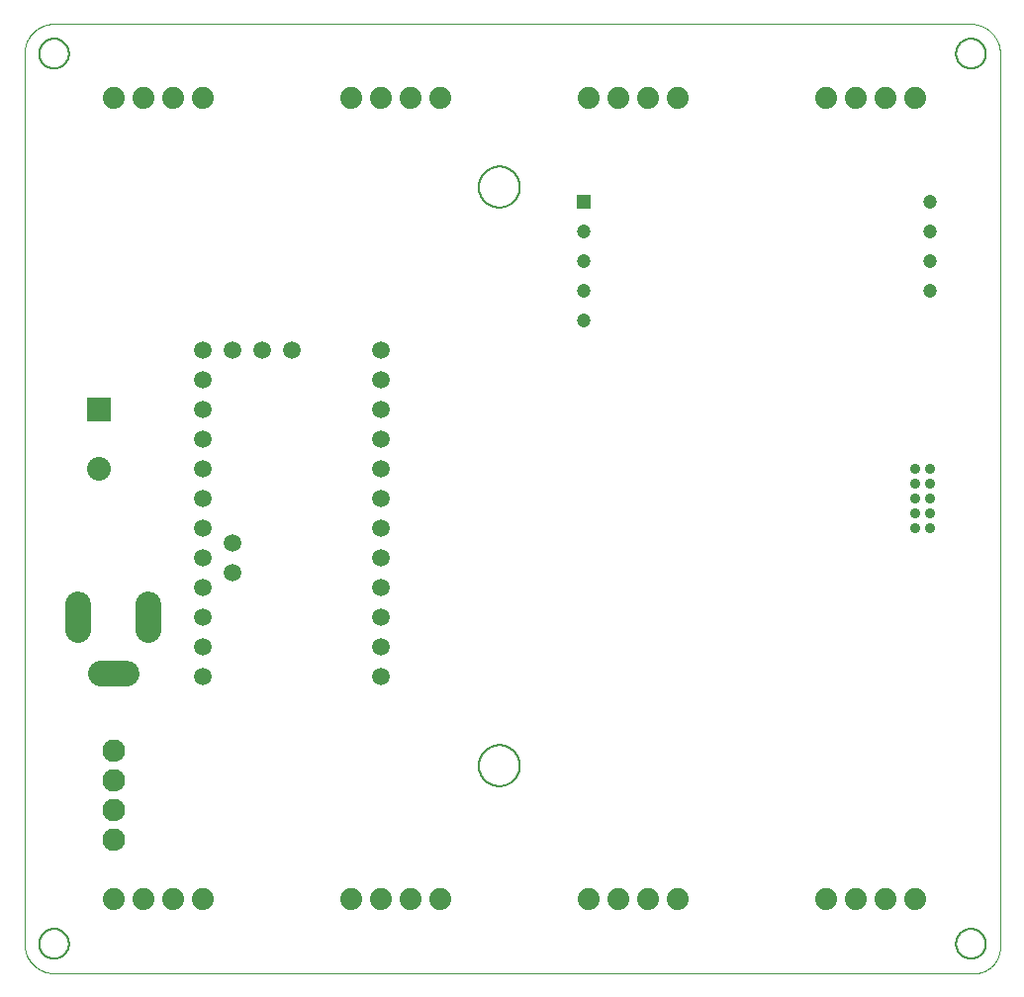
<source format=gbs>
G75*
%MOIN*%
%OFA0B0*%
%FSLAX25Y25*%
%IPPOS*%
%LPD*%
%AMOC8*
5,1,8,0,0,1.08239X$1,22.5*
%
%ADD10C,0.00000*%
%ADD11C,0.00600*%
%ADD12C,0.07400*%
%ADD13C,0.08600*%
%ADD14C,0.05906*%
%ADD15R,0.04724X0.04724*%
%ADD16C,0.04724*%
%ADD17R,0.08000X0.08000*%
%ADD18C,0.08000*%
%ADD19C,0.03562*%
%ADD20C,0.07600*%
D10*
X0013520Y0011600D02*
X0013520Y0311561D01*
X0013523Y0311803D01*
X0013532Y0312044D01*
X0013546Y0312285D01*
X0013567Y0312526D01*
X0013593Y0312766D01*
X0013625Y0313006D01*
X0013663Y0313245D01*
X0013706Y0313482D01*
X0013756Y0313719D01*
X0013811Y0313954D01*
X0013871Y0314188D01*
X0013938Y0314420D01*
X0014009Y0314651D01*
X0014087Y0314880D01*
X0014170Y0315107D01*
X0014258Y0315332D01*
X0014352Y0315555D01*
X0014451Y0315775D01*
X0014556Y0315993D01*
X0014665Y0316208D01*
X0014780Y0316421D01*
X0014900Y0316631D01*
X0015025Y0316837D01*
X0015155Y0317041D01*
X0015290Y0317242D01*
X0015430Y0317439D01*
X0015574Y0317633D01*
X0015723Y0317823D01*
X0015877Y0318009D01*
X0016035Y0318192D01*
X0016197Y0318371D01*
X0016364Y0318546D01*
X0016535Y0318717D01*
X0016710Y0318884D01*
X0016889Y0319046D01*
X0017072Y0319204D01*
X0017258Y0319358D01*
X0017448Y0319507D01*
X0017642Y0319651D01*
X0017839Y0319791D01*
X0018040Y0319926D01*
X0018244Y0320056D01*
X0018450Y0320181D01*
X0018660Y0320301D01*
X0018873Y0320416D01*
X0019088Y0320525D01*
X0019306Y0320630D01*
X0019526Y0320729D01*
X0019749Y0320823D01*
X0019974Y0320911D01*
X0020201Y0320994D01*
X0020430Y0321072D01*
X0020661Y0321143D01*
X0020893Y0321210D01*
X0021127Y0321270D01*
X0021362Y0321325D01*
X0021599Y0321375D01*
X0021836Y0321418D01*
X0022075Y0321456D01*
X0022315Y0321488D01*
X0022555Y0321514D01*
X0022796Y0321535D01*
X0023037Y0321549D01*
X0023278Y0321558D01*
X0023520Y0321561D01*
X0332260Y0321561D01*
X0332501Y0321558D01*
X0332741Y0321549D01*
X0332982Y0321535D01*
X0333221Y0321514D01*
X0333461Y0321488D01*
X0333699Y0321456D01*
X0333937Y0321419D01*
X0334174Y0321375D01*
X0334409Y0321326D01*
X0334644Y0321272D01*
X0334877Y0321211D01*
X0335108Y0321145D01*
X0335338Y0321073D01*
X0335566Y0320996D01*
X0335792Y0320914D01*
X0336016Y0320826D01*
X0336238Y0320732D01*
X0336458Y0320633D01*
X0336675Y0320529D01*
X0336889Y0320420D01*
X0337101Y0320306D01*
X0337310Y0320186D01*
X0337516Y0320062D01*
X0337719Y0319932D01*
X0337918Y0319798D01*
X0338115Y0319659D01*
X0338308Y0319515D01*
X0338497Y0319366D01*
X0338683Y0319213D01*
X0338865Y0319056D01*
X0339044Y0318894D01*
X0339218Y0318728D01*
X0339388Y0318558D01*
X0339554Y0318384D01*
X0339716Y0318205D01*
X0339873Y0318023D01*
X0340026Y0317837D01*
X0340175Y0317648D01*
X0340319Y0317455D01*
X0340458Y0317258D01*
X0340592Y0317059D01*
X0340722Y0316856D01*
X0340846Y0316650D01*
X0340966Y0316441D01*
X0341080Y0316229D01*
X0341189Y0316015D01*
X0341293Y0315798D01*
X0341392Y0315578D01*
X0341486Y0315356D01*
X0341574Y0315132D01*
X0341656Y0314906D01*
X0341733Y0314678D01*
X0341805Y0314448D01*
X0341871Y0314217D01*
X0341932Y0313984D01*
X0341986Y0313749D01*
X0342035Y0313514D01*
X0342079Y0313277D01*
X0342116Y0313039D01*
X0342148Y0312801D01*
X0342174Y0312561D01*
X0342195Y0312322D01*
X0342209Y0312081D01*
X0342218Y0311841D01*
X0342221Y0311600D01*
X0342220Y0311600D02*
X0342220Y0010301D01*
X0342221Y0010301D02*
X0342218Y0010091D01*
X0342211Y0009881D01*
X0342198Y0009671D01*
X0342180Y0009461D01*
X0342158Y0009252D01*
X0342130Y0009044D01*
X0342097Y0008836D01*
X0342059Y0008629D01*
X0342016Y0008423D01*
X0341968Y0008219D01*
X0341915Y0008015D01*
X0341858Y0007813D01*
X0341795Y0007612D01*
X0341728Y0007413D01*
X0341656Y0007216D01*
X0341579Y0007020D01*
X0341497Y0006826D01*
X0341411Y0006634D01*
X0341320Y0006445D01*
X0341224Y0006257D01*
X0341124Y0006072D01*
X0341020Y0005890D01*
X0340911Y0005710D01*
X0340798Y0005533D01*
X0340681Y0005358D01*
X0340559Y0005187D01*
X0340434Y0005018D01*
X0340304Y0004853D01*
X0340170Y0004690D01*
X0340033Y0004531D01*
X0339891Y0004375D01*
X0339746Y0004223D01*
X0339598Y0004075D01*
X0339446Y0003930D01*
X0339290Y0003788D01*
X0339131Y0003651D01*
X0338968Y0003517D01*
X0338803Y0003387D01*
X0338634Y0003262D01*
X0338463Y0003140D01*
X0338288Y0003023D01*
X0338111Y0002910D01*
X0337931Y0002801D01*
X0337749Y0002697D01*
X0337564Y0002597D01*
X0337376Y0002501D01*
X0337187Y0002410D01*
X0336995Y0002324D01*
X0336801Y0002242D01*
X0336605Y0002165D01*
X0336408Y0002093D01*
X0336209Y0002026D01*
X0336008Y0001963D01*
X0335806Y0001906D01*
X0335602Y0001853D01*
X0335398Y0001805D01*
X0335192Y0001762D01*
X0334985Y0001724D01*
X0334777Y0001691D01*
X0334569Y0001663D01*
X0334360Y0001641D01*
X0334150Y0001623D01*
X0333940Y0001610D01*
X0333730Y0001603D01*
X0333520Y0001600D01*
X0023520Y0001600D01*
X0023278Y0001603D01*
X0023037Y0001612D01*
X0022796Y0001626D01*
X0022555Y0001647D01*
X0022315Y0001673D01*
X0022075Y0001705D01*
X0021836Y0001743D01*
X0021599Y0001786D01*
X0021362Y0001836D01*
X0021127Y0001891D01*
X0020893Y0001951D01*
X0020661Y0002018D01*
X0020430Y0002089D01*
X0020201Y0002167D01*
X0019974Y0002250D01*
X0019749Y0002338D01*
X0019526Y0002432D01*
X0019306Y0002531D01*
X0019088Y0002636D01*
X0018873Y0002745D01*
X0018660Y0002860D01*
X0018450Y0002980D01*
X0018244Y0003105D01*
X0018040Y0003235D01*
X0017839Y0003370D01*
X0017642Y0003510D01*
X0017448Y0003654D01*
X0017258Y0003803D01*
X0017072Y0003957D01*
X0016889Y0004115D01*
X0016710Y0004277D01*
X0016535Y0004444D01*
X0016364Y0004615D01*
X0016197Y0004790D01*
X0016035Y0004969D01*
X0015877Y0005152D01*
X0015723Y0005338D01*
X0015574Y0005528D01*
X0015430Y0005722D01*
X0015290Y0005919D01*
X0015155Y0006120D01*
X0015025Y0006324D01*
X0014900Y0006530D01*
X0014780Y0006740D01*
X0014665Y0006953D01*
X0014556Y0007168D01*
X0014451Y0007386D01*
X0014352Y0007606D01*
X0014258Y0007829D01*
X0014170Y0008054D01*
X0014087Y0008281D01*
X0014009Y0008510D01*
X0013938Y0008741D01*
X0013871Y0008973D01*
X0013811Y0009207D01*
X0013756Y0009442D01*
X0013706Y0009679D01*
X0013663Y0009916D01*
X0013625Y0010155D01*
X0013593Y0010395D01*
X0013567Y0010635D01*
X0013546Y0010876D01*
X0013532Y0011117D01*
X0013523Y0011358D01*
X0013520Y0011600D01*
D11*
X0018520Y0011600D02*
X0018522Y0011741D01*
X0018528Y0011882D01*
X0018538Y0012022D01*
X0018552Y0012162D01*
X0018570Y0012302D01*
X0018591Y0012441D01*
X0018617Y0012580D01*
X0018646Y0012718D01*
X0018680Y0012854D01*
X0018717Y0012990D01*
X0018758Y0013125D01*
X0018803Y0013259D01*
X0018852Y0013391D01*
X0018904Y0013522D01*
X0018960Y0013651D01*
X0019020Y0013778D01*
X0019083Y0013904D01*
X0019149Y0014028D01*
X0019220Y0014151D01*
X0019293Y0014271D01*
X0019370Y0014389D01*
X0019450Y0014505D01*
X0019534Y0014618D01*
X0019620Y0014729D01*
X0019710Y0014838D01*
X0019803Y0014944D01*
X0019898Y0015047D01*
X0019997Y0015148D01*
X0020098Y0015246D01*
X0020202Y0015341D01*
X0020309Y0015433D01*
X0020418Y0015522D01*
X0020530Y0015607D01*
X0020644Y0015690D01*
X0020760Y0015770D01*
X0020879Y0015846D01*
X0021000Y0015918D01*
X0021122Y0015988D01*
X0021247Y0016053D01*
X0021373Y0016116D01*
X0021501Y0016174D01*
X0021631Y0016229D01*
X0021762Y0016281D01*
X0021895Y0016328D01*
X0022029Y0016372D01*
X0022164Y0016413D01*
X0022300Y0016449D01*
X0022437Y0016481D01*
X0022575Y0016510D01*
X0022713Y0016535D01*
X0022853Y0016555D01*
X0022993Y0016572D01*
X0023133Y0016585D01*
X0023274Y0016594D01*
X0023414Y0016599D01*
X0023555Y0016600D01*
X0023696Y0016597D01*
X0023837Y0016590D01*
X0023977Y0016579D01*
X0024117Y0016564D01*
X0024257Y0016545D01*
X0024396Y0016523D01*
X0024534Y0016496D01*
X0024672Y0016466D01*
X0024808Y0016431D01*
X0024944Y0016393D01*
X0025078Y0016351D01*
X0025212Y0016305D01*
X0025344Y0016256D01*
X0025474Y0016202D01*
X0025603Y0016145D01*
X0025730Y0016085D01*
X0025856Y0016021D01*
X0025979Y0015953D01*
X0026101Y0015882D01*
X0026221Y0015808D01*
X0026338Y0015730D01*
X0026453Y0015649D01*
X0026566Y0015565D01*
X0026677Y0015478D01*
X0026785Y0015387D01*
X0026890Y0015294D01*
X0026993Y0015197D01*
X0027093Y0015098D01*
X0027190Y0014996D01*
X0027284Y0014891D01*
X0027375Y0014784D01*
X0027463Y0014674D01*
X0027548Y0014562D01*
X0027630Y0014447D01*
X0027709Y0014330D01*
X0027784Y0014211D01*
X0027856Y0014090D01*
X0027924Y0013967D01*
X0027989Y0013842D01*
X0028051Y0013715D01*
X0028108Y0013586D01*
X0028163Y0013456D01*
X0028213Y0013325D01*
X0028260Y0013192D01*
X0028303Y0013058D01*
X0028342Y0012922D01*
X0028377Y0012786D01*
X0028409Y0012649D01*
X0028436Y0012511D01*
X0028460Y0012372D01*
X0028480Y0012232D01*
X0028496Y0012092D01*
X0028508Y0011952D01*
X0028516Y0011811D01*
X0028520Y0011670D01*
X0028520Y0011530D01*
X0028516Y0011389D01*
X0028508Y0011248D01*
X0028496Y0011108D01*
X0028480Y0010968D01*
X0028460Y0010828D01*
X0028436Y0010689D01*
X0028409Y0010551D01*
X0028377Y0010414D01*
X0028342Y0010278D01*
X0028303Y0010142D01*
X0028260Y0010008D01*
X0028213Y0009875D01*
X0028163Y0009744D01*
X0028108Y0009614D01*
X0028051Y0009485D01*
X0027989Y0009358D01*
X0027924Y0009233D01*
X0027856Y0009110D01*
X0027784Y0008989D01*
X0027709Y0008870D01*
X0027630Y0008753D01*
X0027548Y0008638D01*
X0027463Y0008526D01*
X0027375Y0008416D01*
X0027284Y0008309D01*
X0027190Y0008204D01*
X0027093Y0008102D01*
X0026993Y0008003D01*
X0026890Y0007906D01*
X0026785Y0007813D01*
X0026677Y0007722D01*
X0026566Y0007635D01*
X0026453Y0007551D01*
X0026338Y0007470D01*
X0026221Y0007392D01*
X0026101Y0007318D01*
X0025979Y0007247D01*
X0025856Y0007179D01*
X0025730Y0007115D01*
X0025603Y0007055D01*
X0025474Y0006998D01*
X0025344Y0006944D01*
X0025212Y0006895D01*
X0025078Y0006849D01*
X0024944Y0006807D01*
X0024808Y0006769D01*
X0024672Y0006734D01*
X0024534Y0006704D01*
X0024396Y0006677D01*
X0024257Y0006655D01*
X0024117Y0006636D01*
X0023977Y0006621D01*
X0023837Y0006610D01*
X0023696Y0006603D01*
X0023555Y0006600D01*
X0023414Y0006601D01*
X0023274Y0006606D01*
X0023133Y0006615D01*
X0022993Y0006628D01*
X0022853Y0006645D01*
X0022713Y0006665D01*
X0022575Y0006690D01*
X0022437Y0006719D01*
X0022300Y0006751D01*
X0022164Y0006787D01*
X0022029Y0006828D01*
X0021895Y0006872D01*
X0021762Y0006919D01*
X0021631Y0006971D01*
X0021501Y0007026D01*
X0021373Y0007084D01*
X0021247Y0007147D01*
X0021122Y0007212D01*
X0021000Y0007282D01*
X0020879Y0007354D01*
X0020760Y0007430D01*
X0020644Y0007510D01*
X0020530Y0007593D01*
X0020418Y0007678D01*
X0020309Y0007767D01*
X0020202Y0007859D01*
X0020098Y0007954D01*
X0019997Y0008052D01*
X0019898Y0008153D01*
X0019803Y0008256D01*
X0019710Y0008362D01*
X0019620Y0008471D01*
X0019534Y0008582D01*
X0019450Y0008695D01*
X0019370Y0008811D01*
X0019293Y0008929D01*
X0019220Y0009049D01*
X0019149Y0009172D01*
X0019083Y0009296D01*
X0019020Y0009422D01*
X0018960Y0009549D01*
X0018904Y0009678D01*
X0018852Y0009809D01*
X0018803Y0009941D01*
X0018758Y0010075D01*
X0018717Y0010210D01*
X0018680Y0010346D01*
X0018646Y0010482D01*
X0018617Y0010620D01*
X0018591Y0010759D01*
X0018570Y0010898D01*
X0018552Y0011038D01*
X0018538Y0011178D01*
X0018528Y0011318D01*
X0018522Y0011459D01*
X0018520Y0011600D01*
X0166630Y0071600D02*
X0166632Y0071769D01*
X0166638Y0071938D01*
X0166649Y0072107D01*
X0166663Y0072275D01*
X0166682Y0072443D01*
X0166705Y0072611D01*
X0166731Y0072778D01*
X0166762Y0072944D01*
X0166797Y0073110D01*
X0166836Y0073274D01*
X0166880Y0073438D01*
X0166927Y0073600D01*
X0166978Y0073761D01*
X0167033Y0073921D01*
X0167092Y0074080D01*
X0167154Y0074237D01*
X0167221Y0074392D01*
X0167292Y0074546D01*
X0167366Y0074698D01*
X0167444Y0074848D01*
X0167525Y0074996D01*
X0167610Y0075142D01*
X0167699Y0075286D01*
X0167791Y0075428D01*
X0167887Y0075567D01*
X0167986Y0075704D01*
X0168088Y0075839D01*
X0168194Y0075971D01*
X0168303Y0076100D01*
X0168415Y0076227D01*
X0168530Y0076351D01*
X0168648Y0076472D01*
X0168769Y0076590D01*
X0168893Y0076705D01*
X0169020Y0076817D01*
X0169149Y0076926D01*
X0169281Y0077032D01*
X0169416Y0077134D01*
X0169553Y0077233D01*
X0169692Y0077329D01*
X0169834Y0077421D01*
X0169978Y0077510D01*
X0170124Y0077595D01*
X0170272Y0077676D01*
X0170422Y0077754D01*
X0170574Y0077828D01*
X0170728Y0077899D01*
X0170883Y0077966D01*
X0171040Y0078028D01*
X0171199Y0078087D01*
X0171359Y0078142D01*
X0171520Y0078193D01*
X0171682Y0078240D01*
X0171846Y0078284D01*
X0172010Y0078323D01*
X0172176Y0078358D01*
X0172342Y0078389D01*
X0172509Y0078415D01*
X0172677Y0078438D01*
X0172845Y0078457D01*
X0173013Y0078471D01*
X0173182Y0078482D01*
X0173351Y0078488D01*
X0173520Y0078490D01*
X0173689Y0078488D01*
X0173858Y0078482D01*
X0174027Y0078471D01*
X0174195Y0078457D01*
X0174363Y0078438D01*
X0174531Y0078415D01*
X0174698Y0078389D01*
X0174864Y0078358D01*
X0175030Y0078323D01*
X0175194Y0078284D01*
X0175358Y0078240D01*
X0175520Y0078193D01*
X0175681Y0078142D01*
X0175841Y0078087D01*
X0176000Y0078028D01*
X0176157Y0077966D01*
X0176312Y0077899D01*
X0176466Y0077828D01*
X0176618Y0077754D01*
X0176768Y0077676D01*
X0176916Y0077595D01*
X0177062Y0077510D01*
X0177206Y0077421D01*
X0177348Y0077329D01*
X0177487Y0077233D01*
X0177624Y0077134D01*
X0177759Y0077032D01*
X0177891Y0076926D01*
X0178020Y0076817D01*
X0178147Y0076705D01*
X0178271Y0076590D01*
X0178392Y0076472D01*
X0178510Y0076351D01*
X0178625Y0076227D01*
X0178737Y0076100D01*
X0178846Y0075971D01*
X0178952Y0075839D01*
X0179054Y0075704D01*
X0179153Y0075567D01*
X0179249Y0075428D01*
X0179341Y0075286D01*
X0179430Y0075142D01*
X0179515Y0074996D01*
X0179596Y0074848D01*
X0179674Y0074698D01*
X0179748Y0074546D01*
X0179819Y0074392D01*
X0179886Y0074237D01*
X0179948Y0074080D01*
X0180007Y0073921D01*
X0180062Y0073761D01*
X0180113Y0073600D01*
X0180160Y0073438D01*
X0180204Y0073274D01*
X0180243Y0073110D01*
X0180278Y0072944D01*
X0180309Y0072778D01*
X0180335Y0072611D01*
X0180358Y0072443D01*
X0180377Y0072275D01*
X0180391Y0072107D01*
X0180402Y0071938D01*
X0180408Y0071769D01*
X0180410Y0071600D01*
X0180408Y0071431D01*
X0180402Y0071262D01*
X0180391Y0071093D01*
X0180377Y0070925D01*
X0180358Y0070757D01*
X0180335Y0070589D01*
X0180309Y0070422D01*
X0180278Y0070256D01*
X0180243Y0070090D01*
X0180204Y0069926D01*
X0180160Y0069762D01*
X0180113Y0069600D01*
X0180062Y0069439D01*
X0180007Y0069279D01*
X0179948Y0069120D01*
X0179886Y0068963D01*
X0179819Y0068808D01*
X0179748Y0068654D01*
X0179674Y0068502D01*
X0179596Y0068352D01*
X0179515Y0068204D01*
X0179430Y0068058D01*
X0179341Y0067914D01*
X0179249Y0067772D01*
X0179153Y0067633D01*
X0179054Y0067496D01*
X0178952Y0067361D01*
X0178846Y0067229D01*
X0178737Y0067100D01*
X0178625Y0066973D01*
X0178510Y0066849D01*
X0178392Y0066728D01*
X0178271Y0066610D01*
X0178147Y0066495D01*
X0178020Y0066383D01*
X0177891Y0066274D01*
X0177759Y0066168D01*
X0177624Y0066066D01*
X0177487Y0065967D01*
X0177348Y0065871D01*
X0177206Y0065779D01*
X0177062Y0065690D01*
X0176916Y0065605D01*
X0176768Y0065524D01*
X0176618Y0065446D01*
X0176466Y0065372D01*
X0176312Y0065301D01*
X0176157Y0065234D01*
X0176000Y0065172D01*
X0175841Y0065113D01*
X0175681Y0065058D01*
X0175520Y0065007D01*
X0175358Y0064960D01*
X0175194Y0064916D01*
X0175030Y0064877D01*
X0174864Y0064842D01*
X0174698Y0064811D01*
X0174531Y0064785D01*
X0174363Y0064762D01*
X0174195Y0064743D01*
X0174027Y0064729D01*
X0173858Y0064718D01*
X0173689Y0064712D01*
X0173520Y0064710D01*
X0173351Y0064712D01*
X0173182Y0064718D01*
X0173013Y0064729D01*
X0172845Y0064743D01*
X0172677Y0064762D01*
X0172509Y0064785D01*
X0172342Y0064811D01*
X0172176Y0064842D01*
X0172010Y0064877D01*
X0171846Y0064916D01*
X0171682Y0064960D01*
X0171520Y0065007D01*
X0171359Y0065058D01*
X0171199Y0065113D01*
X0171040Y0065172D01*
X0170883Y0065234D01*
X0170728Y0065301D01*
X0170574Y0065372D01*
X0170422Y0065446D01*
X0170272Y0065524D01*
X0170124Y0065605D01*
X0169978Y0065690D01*
X0169834Y0065779D01*
X0169692Y0065871D01*
X0169553Y0065967D01*
X0169416Y0066066D01*
X0169281Y0066168D01*
X0169149Y0066274D01*
X0169020Y0066383D01*
X0168893Y0066495D01*
X0168769Y0066610D01*
X0168648Y0066728D01*
X0168530Y0066849D01*
X0168415Y0066973D01*
X0168303Y0067100D01*
X0168194Y0067229D01*
X0168088Y0067361D01*
X0167986Y0067496D01*
X0167887Y0067633D01*
X0167791Y0067772D01*
X0167699Y0067914D01*
X0167610Y0068058D01*
X0167525Y0068204D01*
X0167444Y0068352D01*
X0167366Y0068502D01*
X0167292Y0068654D01*
X0167221Y0068808D01*
X0167154Y0068963D01*
X0167092Y0069120D01*
X0167033Y0069279D01*
X0166978Y0069439D01*
X0166927Y0069600D01*
X0166880Y0069762D01*
X0166836Y0069926D01*
X0166797Y0070090D01*
X0166762Y0070256D01*
X0166731Y0070422D01*
X0166705Y0070589D01*
X0166682Y0070757D01*
X0166663Y0070925D01*
X0166649Y0071093D01*
X0166638Y0071262D01*
X0166632Y0071431D01*
X0166630Y0071600D01*
X0327417Y0011600D02*
X0327419Y0011741D01*
X0327425Y0011882D01*
X0327435Y0012022D01*
X0327449Y0012162D01*
X0327467Y0012302D01*
X0327488Y0012441D01*
X0327514Y0012580D01*
X0327543Y0012718D01*
X0327577Y0012854D01*
X0327614Y0012990D01*
X0327655Y0013125D01*
X0327700Y0013259D01*
X0327749Y0013391D01*
X0327801Y0013522D01*
X0327857Y0013651D01*
X0327917Y0013778D01*
X0327980Y0013904D01*
X0328046Y0014028D01*
X0328117Y0014151D01*
X0328190Y0014271D01*
X0328267Y0014389D01*
X0328347Y0014505D01*
X0328431Y0014618D01*
X0328517Y0014729D01*
X0328607Y0014838D01*
X0328700Y0014944D01*
X0328795Y0015047D01*
X0328894Y0015148D01*
X0328995Y0015246D01*
X0329099Y0015341D01*
X0329206Y0015433D01*
X0329315Y0015522D01*
X0329427Y0015607D01*
X0329541Y0015690D01*
X0329657Y0015770D01*
X0329776Y0015846D01*
X0329897Y0015918D01*
X0330019Y0015988D01*
X0330144Y0016053D01*
X0330270Y0016116D01*
X0330398Y0016174D01*
X0330528Y0016229D01*
X0330659Y0016281D01*
X0330792Y0016328D01*
X0330926Y0016372D01*
X0331061Y0016413D01*
X0331197Y0016449D01*
X0331334Y0016481D01*
X0331472Y0016510D01*
X0331610Y0016535D01*
X0331750Y0016555D01*
X0331890Y0016572D01*
X0332030Y0016585D01*
X0332171Y0016594D01*
X0332311Y0016599D01*
X0332452Y0016600D01*
X0332593Y0016597D01*
X0332734Y0016590D01*
X0332874Y0016579D01*
X0333014Y0016564D01*
X0333154Y0016545D01*
X0333293Y0016523D01*
X0333431Y0016496D01*
X0333569Y0016466D01*
X0333705Y0016431D01*
X0333841Y0016393D01*
X0333975Y0016351D01*
X0334109Y0016305D01*
X0334241Y0016256D01*
X0334371Y0016202D01*
X0334500Y0016145D01*
X0334627Y0016085D01*
X0334753Y0016021D01*
X0334876Y0015953D01*
X0334998Y0015882D01*
X0335118Y0015808D01*
X0335235Y0015730D01*
X0335350Y0015649D01*
X0335463Y0015565D01*
X0335574Y0015478D01*
X0335682Y0015387D01*
X0335787Y0015294D01*
X0335890Y0015197D01*
X0335990Y0015098D01*
X0336087Y0014996D01*
X0336181Y0014891D01*
X0336272Y0014784D01*
X0336360Y0014674D01*
X0336445Y0014562D01*
X0336527Y0014447D01*
X0336606Y0014330D01*
X0336681Y0014211D01*
X0336753Y0014090D01*
X0336821Y0013967D01*
X0336886Y0013842D01*
X0336948Y0013715D01*
X0337005Y0013586D01*
X0337060Y0013456D01*
X0337110Y0013325D01*
X0337157Y0013192D01*
X0337200Y0013058D01*
X0337239Y0012922D01*
X0337274Y0012786D01*
X0337306Y0012649D01*
X0337333Y0012511D01*
X0337357Y0012372D01*
X0337377Y0012232D01*
X0337393Y0012092D01*
X0337405Y0011952D01*
X0337413Y0011811D01*
X0337417Y0011670D01*
X0337417Y0011530D01*
X0337413Y0011389D01*
X0337405Y0011248D01*
X0337393Y0011108D01*
X0337377Y0010968D01*
X0337357Y0010828D01*
X0337333Y0010689D01*
X0337306Y0010551D01*
X0337274Y0010414D01*
X0337239Y0010278D01*
X0337200Y0010142D01*
X0337157Y0010008D01*
X0337110Y0009875D01*
X0337060Y0009744D01*
X0337005Y0009614D01*
X0336948Y0009485D01*
X0336886Y0009358D01*
X0336821Y0009233D01*
X0336753Y0009110D01*
X0336681Y0008989D01*
X0336606Y0008870D01*
X0336527Y0008753D01*
X0336445Y0008638D01*
X0336360Y0008526D01*
X0336272Y0008416D01*
X0336181Y0008309D01*
X0336087Y0008204D01*
X0335990Y0008102D01*
X0335890Y0008003D01*
X0335787Y0007906D01*
X0335682Y0007813D01*
X0335574Y0007722D01*
X0335463Y0007635D01*
X0335350Y0007551D01*
X0335235Y0007470D01*
X0335118Y0007392D01*
X0334998Y0007318D01*
X0334876Y0007247D01*
X0334753Y0007179D01*
X0334627Y0007115D01*
X0334500Y0007055D01*
X0334371Y0006998D01*
X0334241Y0006944D01*
X0334109Y0006895D01*
X0333975Y0006849D01*
X0333841Y0006807D01*
X0333705Y0006769D01*
X0333569Y0006734D01*
X0333431Y0006704D01*
X0333293Y0006677D01*
X0333154Y0006655D01*
X0333014Y0006636D01*
X0332874Y0006621D01*
X0332734Y0006610D01*
X0332593Y0006603D01*
X0332452Y0006600D01*
X0332311Y0006601D01*
X0332171Y0006606D01*
X0332030Y0006615D01*
X0331890Y0006628D01*
X0331750Y0006645D01*
X0331610Y0006665D01*
X0331472Y0006690D01*
X0331334Y0006719D01*
X0331197Y0006751D01*
X0331061Y0006787D01*
X0330926Y0006828D01*
X0330792Y0006872D01*
X0330659Y0006919D01*
X0330528Y0006971D01*
X0330398Y0007026D01*
X0330270Y0007084D01*
X0330144Y0007147D01*
X0330019Y0007212D01*
X0329897Y0007282D01*
X0329776Y0007354D01*
X0329657Y0007430D01*
X0329541Y0007510D01*
X0329427Y0007593D01*
X0329315Y0007678D01*
X0329206Y0007767D01*
X0329099Y0007859D01*
X0328995Y0007954D01*
X0328894Y0008052D01*
X0328795Y0008153D01*
X0328700Y0008256D01*
X0328607Y0008362D01*
X0328517Y0008471D01*
X0328431Y0008582D01*
X0328347Y0008695D01*
X0328267Y0008811D01*
X0328190Y0008929D01*
X0328117Y0009049D01*
X0328046Y0009172D01*
X0327980Y0009296D01*
X0327917Y0009422D01*
X0327857Y0009549D01*
X0327801Y0009678D01*
X0327749Y0009809D01*
X0327700Y0009941D01*
X0327655Y0010075D01*
X0327614Y0010210D01*
X0327577Y0010346D01*
X0327543Y0010482D01*
X0327514Y0010620D01*
X0327488Y0010759D01*
X0327467Y0010898D01*
X0327449Y0011038D01*
X0327435Y0011178D01*
X0327425Y0011318D01*
X0327419Y0011459D01*
X0327417Y0011600D01*
X0166630Y0266600D02*
X0166632Y0266769D01*
X0166638Y0266938D01*
X0166649Y0267107D01*
X0166663Y0267275D01*
X0166682Y0267443D01*
X0166705Y0267611D01*
X0166731Y0267778D01*
X0166762Y0267944D01*
X0166797Y0268110D01*
X0166836Y0268274D01*
X0166880Y0268438D01*
X0166927Y0268600D01*
X0166978Y0268761D01*
X0167033Y0268921D01*
X0167092Y0269080D01*
X0167154Y0269237D01*
X0167221Y0269392D01*
X0167292Y0269546D01*
X0167366Y0269698D01*
X0167444Y0269848D01*
X0167525Y0269996D01*
X0167610Y0270142D01*
X0167699Y0270286D01*
X0167791Y0270428D01*
X0167887Y0270567D01*
X0167986Y0270704D01*
X0168088Y0270839D01*
X0168194Y0270971D01*
X0168303Y0271100D01*
X0168415Y0271227D01*
X0168530Y0271351D01*
X0168648Y0271472D01*
X0168769Y0271590D01*
X0168893Y0271705D01*
X0169020Y0271817D01*
X0169149Y0271926D01*
X0169281Y0272032D01*
X0169416Y0272134D01*
X0169553Y0272233D01*
X0169692Y0272329D01*
X0169834Y0272421D01*
X0169978Y0272510D01*
X0170124Y0272595D01*
X0170272Y0272676D01*
X0170422Y0272754D01*
X0170574Y0272828D01*
X0170728Y0272899D01*
X0170883Y0272966D01*
X0171040Y0273028D01*
X0171199Y0273087D01*
X0171359Y0273142D01*
X0171520Y0273193D01*
X0171682Y0273240D01*
X0171846Y0273284D01*
X0172010Y0273323D01*
X0172176Y0273358D01*
X0172342Y0273389D01*
X0172509Y0273415D01*
X0172677Y0273438D01*
X0172845Y0273457D01*
X0173013Y0273471D01*
X0173182Y0273482D01*
X0173351Y0273488D01*
X0173520Y0273490D01*
X0173689Y0273488D01*
X0173858Y0273482D01*
X0174027Y0273471D01*
X0174195Y0273457D01*
X0174363Y0273438D01*
X0174531Y0273415D01*
X0174698Y0273389D01*
X0174864Y0273358D01*
X0175030Y0273323D01*
X0175194Y0273284D01*
X0175358Y0273240D01*
X0175520Y0273193D01*
X0175681Y0273142D01*
X0175841Y0273087D01*
X0176000Y0273028D01*
X0176157Y0272966D01*
X0176312Y0272899D01*
X0176466Y0272828D01*
X0176618Y0272754D01*
X0176768Y0272676D01*
X0176916Y0272595D01*
X0177062Y0272510D01*
X0177206Y0272421D01*
X0177348Y0272329D01*
X0177487Y0272233D01*
X0177624Y0272134D01*
X0177759Y0272032D01*
X0177891Y0271926D01*
X0178020Y0271817D01*
X0178147Y0271705D01*
X0178271Y0271590D01*
X0178392Y0271472D01*
X0178510Y0271351D01*
X0178625Y0271227D01*
X0178737Y0271100D01*
X0178846Y0270971D01*
X0178952Y0270839D01*
X0179054Y0270704D01*
X0179153Y0270567D01*
X0179249Y0270428D01*
X0179341Y0270286D01*
X0179430Y0270142D01*
X0179515Y0269996D01*
X0179596Y0269848D01*
X0179674Y0269698D01*
X0179748Y0269546D01*
X0179819Y0269392D01*
X0179886Y0269237D01*
X0179948Y0269080D01*
X0180007Y0268921D01*
X0180062Y0268761D01*
X0180113Y0268600D01*
X0180160Y0268438D01*
X0180204Y0268274D01*
X0180243Y0268110D01*
X0180278Y0267944D01*
X0180309Y0267778D01*
X0180335Y0267611D01*
X0180358Y0267443D01*
X0180377Y0267275D01*
X0180391Y0267107D01*
X0180402Y0266938D01*
X0180408Y0266769D01*
X0180410Y0266600D01*
X0180408Y0266431D01*
X0180402Y0266262D01*
X0180391Y0266093D01*
X0180377Y0265925D01*
X0180358Y0265757D01*
X0180335Y0265589D01*
X0180309Y0265422D01*
X0180278Y0265256D01*
X0180243Y0265090D01*
X0180204Y0264926D01*
X0180160Y0264762D01*
X0180113Y0264600D01*
X0180062Y0264439D01*
X0180007Y0264279D01*
X0179948Y0264120D01*
X0179886Y0263963D01*
X0179819Y0263808D01*
X0179748Y0263654D01*
X0179674Y0263502D01*
X0179596Y0263352D01*
X0179515Y0263204D01*
X0179430Y0263058D01*
X0179341Y0262914D01*
X0179249Y0262772D01*
X0179153Y0262633D01*
X0179054Y0262496D01*
X0178952Y0262361D01*
X0178846Y0262229D01*
X0178737Y0262100D01*
X0178625Y0261973D01*
X0178510Y0261849D01*
X0178392Y0261728D01*
X0178271Y0261610D01*
X0178147Y0261495D01*
X0178020Y0261383D01*
X0177891Y0261274D01*
X0177759Y0261168D01*
X0177624Y0261066D01*
X0177487Y0260967D01*
X0177348Y0260871D01*
X0177206Y0260779D01*
X0177062Y0260690D01*
X0176916Y0260605D01*
X0176768Y0260524D01*
X0176618Y0260446D01*
X0176466Y0260372D01*
X0176312Y0260301D01*
X0176157Y0260234D01*
X0176000Y0260172D01*
X0175841Y0260113D01*
X0175681Y0260058D01*
X0175520Y0260007D01*
X0175358Y0259960D01*
X0175194Y0259916D01*
X0175030Y0259877D01*
X0174864Y0259842D01*
X0174698Y0259811D01*
X0174531Y0259785D01*
X0174363Y0259762D01*
X0174195Y0259743D01*
X0174027Y0259729D01*
X0173858Y0259718D01*
X0173689Y0259712D01*
X0173520Y0259710D01*
X0173351Y0259712D01*
X0173182Y0259718D01*
X0173013Y0259729D01*
X0172845Y0259743D01*
X0172677Y0259762D01*
X0172509Y0259785D01*
X0172342Y0259811D01*
X0172176Y0259842D01*
X0172010Y0259877D01*
X0171846Y0259916D01*
X0171682Y0259960D01*
X0171520Y0260007D01*
X0171359Y0260058D01*
X0171199Y0260113D01*
X0171040Y0260172D01*
X0170883Y0260234D01*
X0170728Y0260301D01*
X0170574Y0260372D01*
X0170422Y0260446D01*
X0170272Y0260524D01*
X0170124Y0260605D01*
X0169978Y0260690D01*
X0169834Y0260779D01*
X0169692Y0260871D01*
X0169553Y0260967D01*
X0169416Y0261066D01*
X0169281Y0261168D01*
X0169149Y0261274D01*
X0169020Y0261383D01*
X0168893Y0261495D01*
X0168769Y0261610D01*
X0168648Y0261728D01*
X0168530Y0261849D01*
X0168415Y0261973D01*
X0168303Y0262100D01*
X0168194Y0262229D01*
X0168088Y0262361D01*
X0167986Y0262496D01*
X0167887Y0262633D01*
X0167791Y0262772D01*
X0167699Y0262914D01*
X0167610Y0263058D01*
X0167525Y0263204D01*
X0167444Y0263352D01*
X0167366Y0263502D01*
X0167292Y0263654D01*
X0167221Y0263808D01*
X0167154Y0263963D01*
X0167092Y0264120D01*
X0167033Y0264279D01*
X0166978Y0264439D01*
X0166927Y0264600D01*
X0166880Y0264762D01*
X0166836Y0264926D01*
X0166797Y0265090D01*
X0166762Y0265256D01*
X0166731Y0265422D01*
X0166705Y0265589D01*
X0166682Y0265757D01*
X0166663Y0265925D01*
X0166649Y0266093D01*
X0166638Y0266262D01*
X0166632Y0266431D01*
X0166630Y0266600D01*
X0018520Y0311600D02*
X0018522Y0311741D01*
X0018528Y0311882D01*
X0018538Y0312022D01*
X0018552Y0312162D01*
X0018570Y0312302D01*
X0018591Y0312441D01*
X0018617Y0312580D01*
X0018646Y0312718D01*
X0018680Y0312854D01*
X0018717Y0312990D01*
X0018758Y0313125D01*
X0018803Y0313259D01*
X0018852Y0313391D01*
X0018904Y0313522D01*
X0018960Y0313651D01*
X0019020Y0313778D01*
X0019083Y0313904D01*
X0019149Y0314028D01*
X0019220Y0314151D01*
X0019293Y0314271D01*
X0019370Y0314389D01*
X0019450Y0314505D01*
X0019534Y0314618D01*
X0019620Y0314729D01*
X0019710Y0314838D01*
X0019803Y0314944D01*
X0019898Y0315047D01*
X0019997Y0315148D01*
X0020098Y0315246D01*
X0020202Y0315341D01*
X0020309Y0315433D01*
X0020418Y0315522D01*
X0020530Y0315607D01*
X0020644Y0315690D01*
X0020760Y0315770D01*
X0020879Y0315846D01*
X0021000Y0315918D01*
X0021122Y0315988D01*
X0021247Y0316053D01*
X0021373Y0316116D01*
X0021501Y0316174D01*
X0021631Y0316229D01*
X0021762Y0316281D01*
X0021895Y0316328D01*
X0022029Y0316372D01*
X0022164Y0316413D01*
X0022300Y0316449D01*
X0022437Y0316481D01*
X0022575Y0316510D01*
X0022713Y0316535D01*
X0022853Y0316555D01*
X0022993Y0316572D01*
X0023133Y0316585D01*
X0023274Y0316594D01*
X0023414Y0316599D01*
X0023555Y0316600D01*
X0023696Y0316597D01*
X0023837Y0316590D01*
X0023977Y0316579D01*
X0024117Y0316564D01*
X0024257Y0316545D01*
X0024396Y0316523D01*
X0024534Y0316496D01*
X0024672Y0316466D01*
X0024808Y0316431D01*
X0024944Y0316393D01*
X0025078Y0316351D01*
X0025212Y0316305D01*
X0025344Y0316256D01*
X0025474Y0316202D01*
X0025603Y0316145D01*
X0025730Y0316085D01*
X0025856Y0316021D01*
X0025979Y0315953D01*
X0026101Y0315882D01*
X0026221Y0315808D01*
X0026338Y0315730D01*
X0026453Y0315649D01*
X0026566Y0315565D01*
X0026677Y0315478D01*
X0026785Y0315387D01*
X0026890Y0315294D01*
X0026993Y0315197D01*
X0027093Y0315098D01*
X0027190Y0314996D01*
X0027284Y0314891D01*
X0027375Y0314784D01*
X0027463Y0314674D01*
X0027548Y0314562D01*
X0027630Y0314447D01*
X0027709Y0314330D01*
X0027784Y0314211D01*
X0027856Y0314090D01*
X0027924Y0313967D01*
X0027989Y0313842D01*
X0028051Y0313715D01*
X0028108Y0313586D01*
X0028163Y0313456D01*
X0028213Y0313325D01*
X0028260Y0313192D01*
X0028303Y0313058D01*
X0028342Y0312922D01*
X0028377Y0312786D01*
X0028409Y0312649D01*
X0028436Y0312511D01*
X0028460Y0312372D01*
X0028480Y0312232D01*
X0028496Y0312092D01*
X0028508Y0311952D01*
X0028516Y0311811D01*
X0028520Y0311670D01*
X0028520Y0311530D01*
X0028516Y0311389D01*
X0028508Y0311248D01*
X0028496Y0311108D01*
X0028480Y0310968D01*
X0028460Y0310828D01*
X0028436Y0310689D01*
X0028409Y0310551D01*
X0028377Y0310414D01*
X0028342Y0310278D01*
X0028303Y0310142D01*
X0028260Y0310008D01*
X0028213Y0309875D01*
X0028163Y0309744D01*
X0028108Y0309614D01*
X0028051Y0309485D01*
X0027989Y0309358D01*
X0027924Y0309233D01*
X0027856Y0309110D01*
X0027784Y0308989D01*
X0027709Y0308870D01*
X0027630Y0308753D01*
X0027548Y0308638D01*
X0027463Y0308526D01*
X0027375Y0308416D01*
X0027284Y0308309D01*
X0027190Y0308204D01*
X0027093Y0308102D01*
X0026993Y0308003D01*
X0026890Y0307906D01*
X0026785Y0307813D01*
X0026677Y0307722D01*
X0026566Y0307635D01*
X0026453Y0307551D01*
X0026338Y0307470D01*
X0026221Y0307392D01*
X0026101Y0307318D01*
X0025979Y0307247D01*
X0025856Y0307179D01*
X0025730Y0307115D01*
X0025603Y0307055D01*
X0025474Y0306998D01*
X0025344Y0306944D01*
X0025212Y0306895D01*
X0025078Y0306849D01*
X0024944Y0306807D01*
X0024808Y0306769D01*
X0024672Y0306734D01*
X0024534Y0306704D01*
X0024396Y0306677D01*
X0024257Y0306655D01*
X0024117Y0306636D01*
X0023977Y0306621D01*
X0023837Y0306610D01*
X0023696Y0306603D01*
X0023555Y0306600D01*
X0023414Y0306601D01*
X0023274Y0306606D01*
X0023133Y0306615D01*
X0022993Y0306628D01*
X0022853Y0306645D01*
X0022713Y0306665D01*
X0022575Y0306690D01*
X0022437Y0306719D01*
X0022300Y0306751D01*
X0022164Y0306787D01*
X0022029Y0306828D01*
X0021895Y0306872D01*
X0021762Y0306919D01*
X0021631Y0306971D01*
X0021501Y0307026D01*
X0021373Y0307084D01*
X0021247Y0307147D01*
X0021122Y0307212D01*
X0021000Y0307282D01*
X0020879Y0307354D01*
X0020760Y0307430D01*
X0020644Y0307510D01*
X0020530Y0307593D01*
X0020418Y0307678D01*
X0020309Y0307767D01*
X0020202Y0307859D01*
X0020098Y0307954D01*
X0019997Y0308052D01*
X0019898Y0308153D01*
X0019803Y0308256D01*
X0019710Y0308362D01*
X0019620Y0308471D01*
X0019534Y0308582D01*
X0019450Y0308695D01*
X0019370Y0308811D01*
X0019293Y0308929D01*
X0019220Y0309049D01*
X0019149Y0309172D01*
X0019083Y0309296D01*
X0019020Y0309422D01*
X0018960Y0309549D01*
X0018904Y0309678D01*
X0018852Y0309809D01*
X0018803Y0309941D01*
X0018758Y0310075D01*
X0018717Y0310210D01*
X0018680Y0310346D01*
X0018646Y0310482D01*
X0018617Y0310620D01*
X0018591Y0310759D01*
X0018570Y0310898D01*
X0018552Y0311038D01*
X0018538Y0311178D01*
X0018528Y0311318D01*
X0018522Y0311459D01*
X0018520Y0311600D01*
X0327417Y0311600D02*
X0327419Y0311741D01*
X0327425Y0311882D01*
X0327435Y0312022D01*
X0327449Y0312162D01*
X0327467Y0312302D01*
X0327488Y0312441D01*
X0327514Y0312580D01*
X0327543Y0312718D01*
X0327577Y0312854D01*
X0327614Y0312990D01*
X0327655Y0313125D01*
X0327700Y0313259D01*
X0327749Y0313391D01*
X0327801Y0313522D01*
X0327857Y0313651D01*
X0327917Y0313778D01*
X0327980Y0313904D01*
X0328046Y0314028D01*
X0328117Y0314151D01*
X0328190Y0314271D01*
X0328267Y0314389D01*
X0328347Y0314505D01*
X0328431Y0314618D01*
X0328517Y0314729D01*
X0328607Y0314838D01*
X0328700Y0314944D01*
X0328795Y0315047D01*
X0328894Y0315148D01*
X0328995Y0315246D01*
X0329099Y0315341D01*
X0329206Y0315433D01*
X0329315Y0315522D01*
X0329427Y0315607D01*
X0329541Y0315690D01*
X0329657Y0315770D01*
X0329776Y0315846D01*
X0329897Y0315918D01*
X0330019Y0315988D01*
X0330144Y0316053D01*
X0330270Y0316116D01*
X0330398Y0316174D01*
X0330528Y0316229D01*
X0330659Y0316281D01*
X0330792Y0316328D01*
X0330926Y0316372D01*
X0331061Y0316413D01*
X0331197Y0316449D01*
X0331334Y0316481D01*
X0331472Y0316510D01*
X0331610Y0316535D01*
X0331750Y0316555D01*
X0331890Y0316572D01*
X0332030Y0316585D01*
X0332171Y0316594D01*
X0332311Y0316599D01*
X0332452Y0316600D01*
X0332593Y0316597D01*
X0332734Y0316590D01*
X0332874Y0316579D01*
X0333014Y0316564D01*
X0333154Y0316545D01*
X0333293Y0316523D01*
X0333431Y0316496D01*
X0333569Y0316466D01*
X0333705Y0316431D01*
X0333841Y0316393D01*
X0333975Y0316351D01*
X0334109Y0316305D01*
X0334241Y0316256D01*
X0334371Y0316202D01*
X0334500Y0316145D01*
X0334627Y0316085D01*
X0334753Y0316021D01*
X0334876Y0315953D01*
X0334998Y0315882D01*
X0335118Y0315808D01*
X0335235Y0315730D01*
X0335350Y0315649D01*
X0335463Y0315565D01*
X0335574Y0315478D01*
X0335682Y0315387D01*
X0335787Y0315294D01*
X0335890Y0315197D01*
X0335990Y0315098D01*
X0336087Y0314996D01*
X0336181Y0314891D01*
X0336272Y0314784D01*
X0336360Y0314674D01*
X0336445Y0314562D01*
X0336527Y0314447D01*
X0336606Y0314330D01*
X0336681Y0314211D01*
X0336753Y0314090D01*
X0336821Y0313967D01*
X0336886Y0313842D01*
X0336948Y0313715D01*
X0337005Y0313586D01*
X0337060Y0313456D01*
X0337110Y0313325D01*
X0337157Y0313192D01*
X0337200Y0313058D01*
X0337239Y0312922D01*
X0337274Y0312786D01*
X0337306Y0312649D01*
X0337333Y0312511D01*
X0337357Y0312372D01*
X0337377Y0312232D01*
X0337393Y0312092D01*
X0337405Y0311952D01*
X0337413Y0311811D01*
X0337417Y0311670D01*
X0337417Y0311530D01*
X0337413Y0311389D01*
X0337405Y0311248D01*
X0337393Y0311108D01*
X0337377Y0310968D01*
X0337357Y0310828D01*
X0337333Y0310689D01*
X0337306Y0310551D01*
X0337274Y0310414D01*
X0337239Y0310278D01*
X0337200Y0310142D01*
X0337157Y0310008D01*
X0337110Y0309875D01*
X0337060Y0309744D01*
X0337005Y0309614D01*
X0336948Y0309485D01*
X0336886Y0309358D01*
X0336821Y0309233D01*
X0336753Y0309110D01*
X0336681Y0308989D01*
X0336606Y0308870D01*
X0336527Y0308753D01*
X0336445Y0308638D01*
X0336360Y0308526D01*
X0336272Y0308416D01*
X0336181Y0308309D01*
X0336087Y0308204D01*
X0335990Y0308102D01*
X0335890Y0308003D01*
X0335787Y0307906D01*
X0335682Y0307813D01*
X0335574Y0307722D01*
X0335463Y0307635D01*
X0335350Y0307551D01*
X0335235Y0307470D01*
X0335118Y0307392D01*
X0334998Y0307318D01*
X0334876Y0307247D01*
X0334753Y0307179D01*
X0334627Y0307115D01*
X0334500Y0307055D01*
X0334371Y0306998D01*
X0334241Y0306944D01*
X0334109Y0306895D01*
X0333975Y0306849D01*
X0333841Y0306807D01*
X0333705Y0306769D01*
X0333569Y0306734D01*
X0333431Y0306704D01*
X0333293Y0306677D01*
X0333154Y0306655D01*
X0333014Y0306636D01*
X0332874Y0306621D01*
X0332734Y0306610D01*
X0332593Y0306603D01*
X0332452Y0306600D01*
X0332311Y0306601D01*
X0332171Y0306606D01*
X0332030Y0306615D01*
X0331890Y0306628D01*
X0331750Y0306645D01*
X0331610Y0306665D01*
X0331472Y0306690D01*
X0331334Y0306719D01*
X0331197Y0306751D01*
X0331061Y0306787D01*
X0330926Y0306828D01*
X0330792Y0306872D01*
X0330659Y0306919D01*
X0330528Y0306971D01*
X0330398Y0307026D01*
X0330270Y0307084D01*
X0330144Y0307147D01*
X0330019Y0307212D01*
X0329897Y0307282D01*
X0329776Y0307354D01*
X0329657Y0307430D01*
X0329541Y0307510D01*
X0329427Y0307593D01*
X0329315Y0307678D01*
X0329206Y0307767D01*
X0329099Y0307859D01*
X0328995Y0307954D01*
X0328894Y0308052D01*
X0328795Y0308153D01*
X0328700Y0308256D01*
X0328607Y0308362D01*
X0328517Y0308471D01*
X0328431Y0308582D01*
X0328347Y0308695D01*
X0328267Y0308811D01*
X0328190Y0308929D01*
X0328117Y0309049D01*
X0328046Y0309172D01*
X0327980Y0309296D01*
X0327917Y0309422D01*
X0327857Y0309549D01*
X0327801Y0309678D01*
X0327749Y0309809D01*
X0327700Y0309941D01*
X0327655Y0310075D01*
X0327614Y0310210D01*
X0327577Y0310346D01*
X0327543Y0310482D01*
X0327514Y0310620D01*
X0327488Y0310759D01*
X0327467Y0310898D01*
X0327449Y0311038D01*
X0327435Y0311178D01*
X0327425Y0311318D01*
X0327419Y0311459D01*
X0327417Y0311600D01*
D12*
X0313520Y0296600D03*
X0303520Y0296600D03*
X0293520Y0296600D03*
X0283520Y0296600D03*
X0233520Y0296600D03*
X0223520Y0296600D03*
X0213520Y0296600D03*
X0203520Y0296600D03*
X0153520Y0296600D03*
X0143520Y0296600D03*
X0133520Y0296600D03*
X0123520Y0296600D03*
X0073520Y0296600D03*
X0063520Y0296600D03*
X0053520Y0296600D03*
X0043520Y0296600D03*
X0043520Y0026600D03*
X0053520Y0026600D03*
X0063520Y0026600D03*
X0073520Y0026600D03*
X0123520Y0026600D03*
X0133520Y0026600D03*
X0143520Y0026600D03*
X0153520Y0026600D03*
X0203520Y0026600D03*
X0213520Y0026600D03*
X0223520Y0026600D03*
X0233520Y0026600D03*
X0283520Y0026600D03*
X0293520Y0026600D03*
X0303520Y0026600D03*
X0313520Y0026600D03*
D13*
X0055331Y0117300D02*
X0055331Y0125900D01*
X0031709Y0125900D02*
X0031709Y0117300D01*
X0039220Y0102702D02*
X0047820Y0102702D01*
D14*
X0073520Y0101600D03*
X0073520Y0111600D03*
X0073520Y0121600D03*
X0073520Y0131600D03*
X0073520Y0141600D03*
X0073520Y0151600D03*
X0083520Y0146600D03*
X0083520Y0136600D03*
X0073520Y0161600D03*
X0073520Y0171600D03*
X0073520Y0181600D03*
X0073520Y0191600D03*
X0073520Y0201600D03*
X0073520Y0211600D03*
X0083520Y0211600D03*
X0093520Y0211600D03*
X0103520Y0211600D03*
X0133520Y0211600D03*
X0133520Y0201600D03*
X0133520Y0191600D03*
X0133520Y0181600D03*
X0133520Y0171600D03*
X0133520Y0161600D03*
X0133520Y0151600D03*
X0133520Y0141600D03*
X0133520Y0131600D03*
X0133520Y0121600D03*
X0133520Y0111600D03*
X0133520Y0101600D03*
D15*
X0202020Y0261600D03*
D16*
X0202020Y0251600D03*
X0202020Y0241600D03*
X0202020Y0231600D03*
X0202020Y0221600D03*
X0318520Y0231600D03*
X0318520Y0241600D03*
X0318520Y0251600D03*
X0318520Y0261600D03*
D17*
X0038520Y0191443D03*
D18*
X0038520Y0171757D03*
D19*
X0313520Y0171600D03*
X0318520Y0171600D03*
X0318520Y0166600D03*
X0318520Y0161600D03*
X0318520Y0156600D03*
X0318520Y0151600D03*
X0313520Y0151600D03*
X0313520Y0156600D03*
X0313520Y0161600D03*
X0313520Y0166600D03*
D20*
X0043520Y0076600D03*
X0043520Y0066600D03*
X0043520Y0056600D03*
X0043520Y0046600D03*
M02*

</source>
